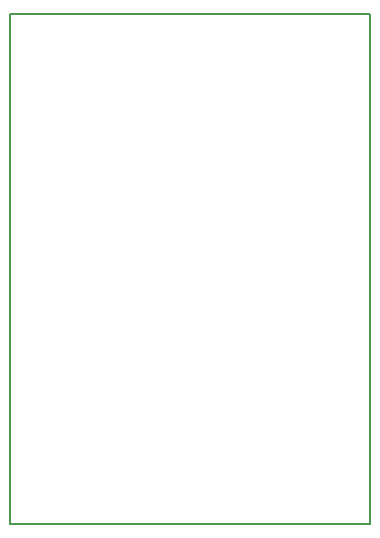
<source format=gbr>
G04 #@! TF.GenerationSoftware,KiCad,Pcbnew,(5.0.1)-4*
G04 #@! TF.CreationDate,2019-02-24T02:38:56+01:00*
G04 #@! TF.ProjectId,1U Rim Panel,31552052696D2050616E656C2E6B6963,rev?*
G04 #@! TF.SameCoordinates,Original*
G04 #@! TF.FileFunction,Profile,NP*
%FSLAX46Y46*%
G04 Gerber Fmt 4.6, Leading zero omitted, Abs format (unit mm)*
G04 Created by KiCad (PCBNEW (5.0.1)-4) date 2/24/2019 2:38:56 AM*
%MOMM*%
%LPD*%
G01*
G04 APERTURE LIST*
%ADD10C,0.200000*%
G04 APERTURE END LIST*
D10*
X26717000Y-65781600D02*
X57197000Y-65781600D01*
X57197000Y-22601600D02*
X57197000Y-65781600D01*
X26717000Y-22601600D02*
X26717000Y-65781600D01*
X26717000Y-22601600D02*
X57197000Y-22601600D01*
M02*

</source>
